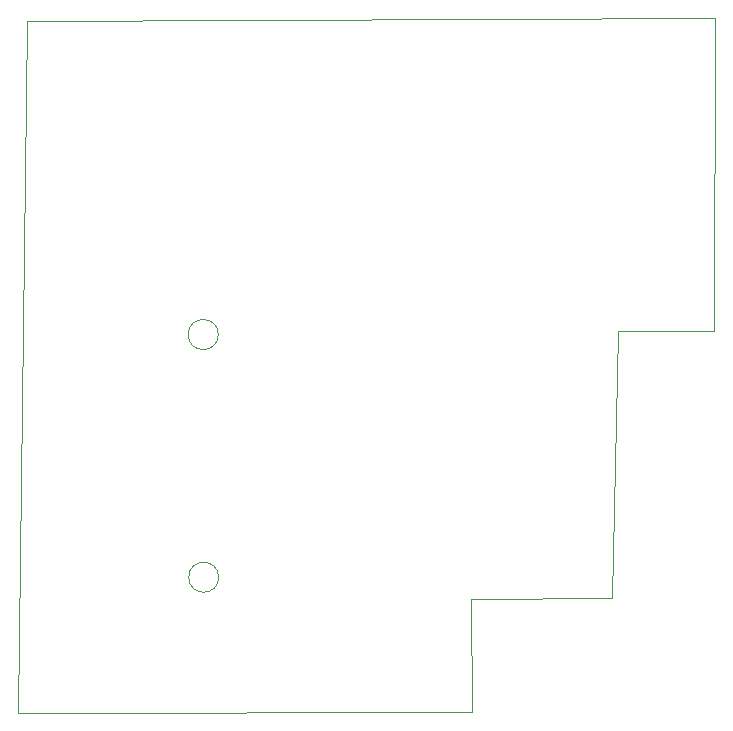
<source format=gbr>
%TF.GenerationSoftware,KiCad,Pcbnew,8.0.0*%
%TF.CreationDate,2024-12-02T23:00:26-05:00*%
%TF.ProjectId,ACS,4143532e-6b69-4636-9164-5f7063625858,rev?*%
%TF.SameCoordinates,Original*%
%TF.FileFunction,Profile,NP*%
%FSLAX46Y46*%
G04 Gerber Fmt 4.6, Leading zero omitted, Abs format (unit mm)*
G04 Created by KiCad (PCBNEW 8.0.0) date 2024-12-02 23:00:26*
%MOMM*%
%LPD*%
G01*
G04 APERTURE LIST*
%TA.AperFunction,Profile*%
%ADD10C,0.050000*%
%TD*%
%TA.AperFunction,Profile*%
%ADD11C,0.100000*%
%TD*%
G04 APERTURE END LIST*
D10*
X108770000Y-93310000D02*
X109550000Y-34720000D01*
X147270000Y-93210000D02*
X147160000Y-83630000D01*
X167830000Y-34420000D02*
X109550000Y-34720000D01*
X167760000Y-60980000D02*
X167830000Y-34420000D01*
X159570000Y-60920000D02*
X167760000Y-60980000D01*
X159050000Y-83590000D02*
X159570000Y-60920000D01*
X147160000Y-83630000D02*
X159050000Y-83590000D01*
X108770000Y-93310000D02*
X147270000Y-93210000D01*
D11*
X125779094Y-81790000D02*
G75*
G02*
X123240906Y-81790000I-1269094J0D01*
G01*
X123240906Y-81790000D02*
G75*
G02*
X125779094Y-81790000I1269094J0D01*
G01*
X125744755Y-61240000D02*
G75*
G02*
X123195245Y-61240000I-1274755J0D01*
G01*
X123195245Y-61240000D02*
G75*
G02*
X125744755Y-61240000I1274755J0D01*
G01*
M02*

</source>
